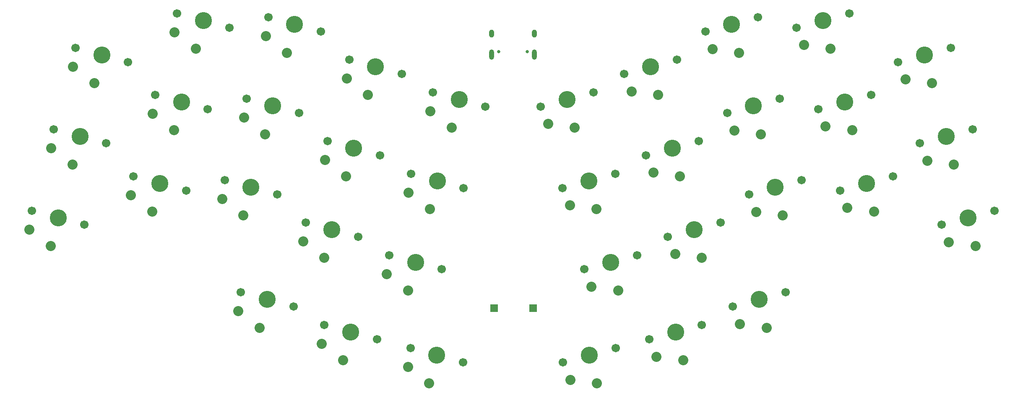
<source format=gbs>
G04 #@! TF.GenerationSoftware,KiCad,Pcbnew,8.0.6+1*
G04 #@! TF.CreationDate,2024-11-04T17:59:47+01:00*
G04 #@! TF.ProjectId,keymini,6b65796d-696e-4692-9e6b-696361645f70,rev?*
G04 #@! TF.SameCoordinates,Original*
G04 #@! TF.FileFunction,Soldermask,Bot*
G04 #@! TF.FilePolarity,Negative*
%FSLAX46Y46*%
G04 Gerber Fmt 4.6, Leading zero omitted, Abs format (unit mm)*
G04 Created by KiCad (PCBNEW 8.0.6+1) date 2024-11-04 17:59:47*
%MOMM*%
%LPD*%
G01*
G04 APERTURE LIST*
%ADD10C,1.701800*%
%ADD11C,3.429000*%
%ADD12C,2.032000*%
%ADD13C,0.650000*%
%ADD14O,1.000000X2.100000*%
%ADD15O,1.000000X1.600000*%
%ADD16R,1.500000X1.500000*%
G04 APERTURE END LIST*
D10*
G04 #@! TO.C,SW1J1*
X227715408Y-38328505D03*
D11*
X233028000Y-36905000D03*
D10*
X238340592Y-35481495D03*
D12*
X234555032Y-42603962D03*
X229181883Y-41869613D03*
G04 #@! TD*
D10*
G04 #@! TO.C,SW4F1*
X160087408Y-98896505D03*
D11*
X165400000Y-97473000D03*
D10*
X170712592Y-96049495D03*
D12*
X166927032Y-103171962D03*
X161553883Y-102437613D03*
G04 #@! TD*
D10*
G04 #@! TO.C,SW2I1*
X211623408Y-47817505D03*
D11*
X216936000Y-46394000D03*
D10*
X222248592Y-44970495D03*
D12*
X218463032Y-52092962D03*
X213089883Y-51358613D03*
G04 #@! TD*
D10*
G04 #@! TO.C,SW3I1*
X216022408Y-64237505D03*
D11*
X221335000Y-62814000D03*
D10*
X226647592Y-61390495D03*
D12*
X222862032Y-68512962D03*
X217488883Y-67778613D03*
G04 #@! TD*
D10*
G04 #@! TO.C,SW1G1*
X172449408Y-40713505D03*
D11*
X177762000Y-39290000D03*
D10*
X183074592Y-37866495D03*
D12*
X179289032Y-44988962D03*
X173915883Y-44254613D03*
G04 #@! TD*
D10*
G04 #@! TO.C,SW4E1*
X129287408Y-96049495D03*
D11*
X134600000Y-97473000D03*
D10*
X139912592Y-98896505D03*
D12*
X133072968Y-103171962D03*
X128786858Y-99849423D03*
G04 #@! TD*
D10*
G04 #@! TO.C,SW3G1*
X181249408Y-73555505D03*
D11*
X186562000Y-72132000D03*
D10*
X191874592Y-70708495D03*
D12*
X188089032Y-77830962D03*
X182715883Y-77096613D03*
G04 #@! TD*
D10*
G04 #@! TO.C,SW3C1*
X91773408Y-62185495D03*
D11*
X97086000Y-63609000D03*
D10*
X102398592Y-65032505D03*
D12*
X95558968Y-69307962D03*
X91272858Y-65985423D03*
G04 #@! TD*
D10*
G04 #@! TO.C,SW4D1*
X111901408Y-91390495D03*
D11*
X117214000Y-92814000D03*
D10*
X122526592Y-94237505D03*
D12*
X115686968Y-98512962D03*
X111400858Y-95190423D03*
G04 #@! TD*
D10*
G04 #@! TO.C,SW4C1*
X95032408Y-84799495D03*
D11*
X100345000Y-86223000D03*
D10*
X105657592Y-87646505D03*
D12*
X98817968Y-91921962D03*
X94531858Y-88599423D03*
G04 #@! TD*
D10*
G04 #@! TO.C,SW2F1*
X159980408Y-63725505D03*
D11*
X165293000Y-62302000D03*
D10*
X170605592Y-60878495D03*
D12*
X166820032Y-68000962D03*
X161446883Y-67266613D03*
G04 #@! TD*
D10*
G04 #@! TO.C,SW4G1*
X177473408Y-94237505D03*
D11*
X182786000Y-92814000D03*
D10*
X188098592Y-91390495D03*
D12*
X184313032Y-98512962D03*
X178939883Y-97778613D03*
G04 #@! TD*
D10*
G04 #@! TO.C,SW2G1*
X176849408Y-57134505D03*
D11*
X182162000Y-55711000D03*
D10*
X187474592Y-54287495D03*
D12*
X183689032Y-61409962D03*
X178315883Y-60675613D03*
G04 #@! TD*
D10*
G04 #@! TO.C,SW1H1*
X188801408Y-32191505D03*
D11*
X194114000Y-30768000D03*
D10*
X199426592Y-29344495D03*
D12*
X195641032Y-36466962D03*
X190267883Y-35732613D03*
G04 #@! TD*
D10*
G04 #@! TO.C,SW3A1*
X52859408Y-68323495D03*
D11*
X58172000Y-69747000D03*
D10*
X63484592Y-71170505D03*
D12*
X56644968Y-75445962D03*
X52358858Y-72123423D03*
G04 #@! TD*
D10*
G04 #@! TO.C,SW3F1*
X164380408Y-80145505D03*
D11*
X169693000Y-78722000D03*
D10*
X175005592Y-77298495D03*
D12*
X171220032Y-84420962D03*
X165846883Y-83686613D03*
G04 #@! TD*
D10*
G04 #@! TO.C,SW2E1*
X129394408Y-60878495D03*
D11*
X134707000Y-62302000D03*
D10*
X140019592Y-63725505D03*
D12*
X133179968Y-68000962D03*
X128893858Y-64678423D03*
G04 #@! TD*
D10*
G04 #@! TO.C,SW3D1*
X108125408Y-70708495D03*
D11*
X113438000Y-72132000D03*
D10*
X118750592Y-73555505D03*
D12*
X111910968Y-77830962D03*
X107624858Y-74508423D03*
G04 #@! TD*
D10*
G04 #@! TO.C,SW3J1*
X236515408Y-71170505D03*
D11*
X241828000Y-69747000D03*
D10*
X247140592Y-68323495D03*
D12*
X243355032Y-75445962D03*
X237981883Y-74711613D03*
G04 #@! TD*
D10*
G04 #@! TO.C,SW3B1*
X73352408Y-61390495D03*
D11*
X78665000Y-62814000D03*
D10*
X83977592Y-64237505D03*
D12*
X77137968Y-68512962D03*
X72851858Y-65190423D03*
G04 #@! TD*
D10*
G04 #@! TO.C,SW1F1*
X155580408Y-47304505D03*
D11*
X160893000Y-45881000D03*
D10*
X166205592Y-44457495D03*
D12*
X162420032Y-51579962D03*
X157046883Y-50845613D03*
G04 #@! TD*
D10*
G04 #@! TO.C,SW2D1*
X112525408Y-54287495D03*
D11*
X117838000Y-55711000D03*
D10*
X123150592Y-57134505D03*
D12*
X116310968Y-61409962D03*
X112024858Y-58087423D03*
G04 #@! TD*
D10*
G04 #@! TO.C,SW4H1*
X194342408Y-87646505D03*
D11*
X199655000Y-86223000D03*
D10*
X204967592Y-84799495D03*
D12*
X201182032Y-91921962D03*
X195808883Y-91187613D03*
G04 #@! TD*
D10*
G04 #@! TO.C,SW2B1*
X77751408Y-44970495D03*
D11*
X83064000Y-46394000D03*
D10*
X88376592Y-47817505D03*
D12*
X81536968Y-52092962D03*
X77250858Y-48770423D03*
G04 #@! TD*
D10*
G04 #@! TO.C,SW1E1*
X133794408Y-44457495D03*
D11*
X139107000Y-45881000D03*
D10*
X144419592Y-47304505D03*
D12*
X137579968Y-51579962D03*
X133293858Y-48257423D03*
G04 #@! TD*
D13*
G04 #@! TO.C,J1*
X152890000Y-36275000D03*
X147110000Y-36275000D03*
D14*
X154320000Y-36805000D03*
D15*
X154320000Y-32625000D03*
D14*
X145680000Y-36805000D03*
D15*
X145680000Y-32625000D03*
G04 #@! TD*
D10*
G04 #@! TO.C,SW3H1*
X197601408Y-65032505D03*
D11*
X202914000Y-63609000D03*
D10*
X208226592Y-62185495D03*
D12*
X204441032Y-69307962D03*
X199067883Y-68573613D03*
G04 #@! TD*
D10*
G04 #@! TO.C,SW2J1*
X232115408Y-54749505D03*
D11*
X237428000Y-53326000D03*
D10*
X242740592Y-51902495D03*
D12*
X238955032Y-59024962D03*
X233581883Y-58290613D03*
G04 #@! TD*
D10*
G04 #@! TO.C,SW1B1*
X82151408Y-28549495D03*
D11*
X87464000Y-29973000D03*
D10*
X92776592Y-31396505D03*
D12*
X85936968Y-35671962D03*
X81650858Y-32349423D03*
G04 #@! TD*
D10*
G04 #@! TO.C,SW1D1*
X116925408Y-37866495D03*
D11*
X122238000Y-39290000D03*
D10*
X127550592Y-40713505D03*
D12*
X120710968Y-44988962D03*
X116424858Y-41666423D03*
G04 #@! TD*
D10*
G04 #@! TO.C,SW2A1*
X57259408Y-51902495D03*
D11*
X62572000Y-53326000D03*
D10*
X67884592Y-54749505D03*
D12*
X61044968Y-59024962D03*
X56758858Y-55702423D03*
G04 #@! TD*
D10*
G04 #@! TO.C,SW1A1*
X61659408Y-35481495D03*
D11*
X66972000Y-36905000D03*
D10*
X72284592Y-38328505D03*
D12*
X65444968Y-42603962D03*
X61158858Y-39281423D03*
G04 #@! TD*
D10*
G04 #@! TO.C,SW3E1*
X124994408Y-77298495D03*
D11*
X130307000Y-78722000D03*
D10*
X135619592Y-80145505D03*
D12*
X128779968Y-84420962D03*
X124493858Y-81098423D03*
G04 #@! TD*
D10*
G04 #@! TO.C,SW2C1*
X96173408Y-45765495D03*
D11*
X101486000Y-47189000D03*
D10*
X106798592Y-48612505D03*
D12*
X99958968Y-52887962D03*
X95672858Y-49565423D03*
G04 #@! TD*
D10*
G04 #@! TO.C,SW1C1*
X100573408Y-29344495D03*
D11*
X105886000Y-30768000D03*
D10*
X111198592Y-32191505D03*
D12*
X104358968Y-36466962D03*
X100072858Y-33144423D03*
G04 #@! TD*
D10*
G04 #@! TO.C,SW2H1*
X193201408Y-48612505D03*
D11*
X198514000Y-47189000D03*
D10*
X203826592Y-45765495D03*
D12*
X200041032Y-52887962D03*
X194667883Y-52153613D03*
G04 #@! TD*
D10*
G04 #@! TO.C,SW1I1*
X207223408Y-31396505D03*
D11*
X212536000Y-29973000D03*
D10*
X217848592Y-28549495D03*
D12*
X214063032Y-35671962D03*
X208689883Y-34937613D03*
G04 #@! TD*
D16*
G04 #@! TO.C,BOOT1*
X154000000Y-88000000D03*
X146200000Y-88000000D03*
G04 #@! TD*
M02*

</source>
